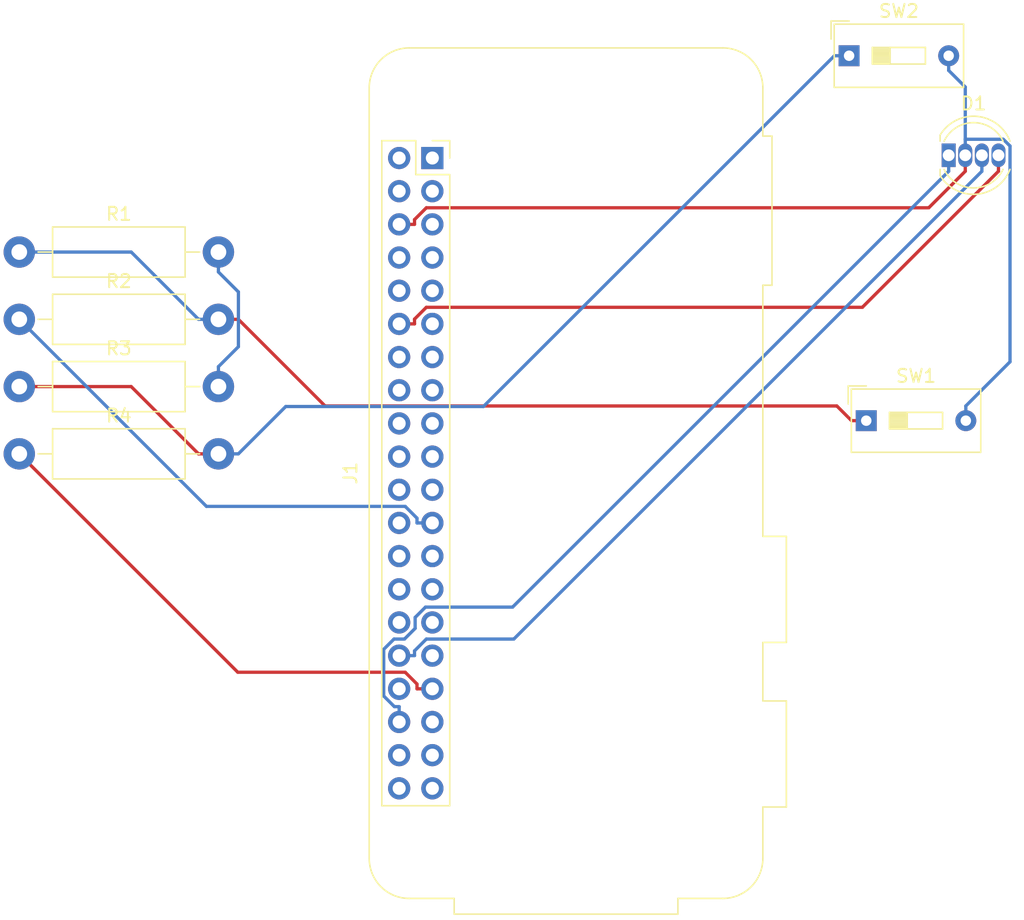
<source format=kicad_pcb>
(kicad_pcb (version 20221018) (generator pcbnew)
  (layers (0 "F.Cu" signal) (31 "B.Cu" signal) (34 "B.Paste" user) (35 "F.Paste" user) (36 "B.SilkS" user "B.Silkscreen") (37 "F.SilkS" user "F.Silkscreen") (38 "B.Mask" user) (39 "F.Mask" user) (44 "Edge.Cuts" user))
  (net 0 "")
  (net 6 "/GND")
  (net 12 "/Blue")
  (net 23 "/Key_2")
  (net 32 "/Red")
  (net 33 "/Key_1")
  (net 36 "/Green")
  (net 41 "Net-(SW1-A)")
  (net 42 "/3V3")
  (net 43 "Net-(SW2-A)")
  (footprint "Module:Raspberry_Pi_Zero_Socketed_THT_FaceDown_MountingHoles" (layer "F.Cu") (at 102.73 53.55)
    (fp_text reference "J1" (at -6.27 24.13 90) (layer "F.SilkS"))
    (fp_text value "Raspberry_Pi_2_3")
    (fp_line (start -4.83 53.63) (end -4.83 -5.37) (stroke (width 0.12)) (layer "F.SilkS"))
    (fp_line (start -3.87 -1.33) (end -3.87 49.59) (stroke (width 0.12)) (layer "F.SilkS"))
    (fp_line (start -3.87 -1.33) (end -1.27 -1.33) (stroke (width 0.12)) (layer "F.SilkS"))
    (fp_line (start -3.87 49.59) (end 1.33 49.59) (stroke (width 0.12)) (layer "F.SilkS"))
    (fp_line (start -1.77 -8.43) (end 22.23 -8.43) (stroke (width 0.12)) (layer "F.SilkS"))
    (fp_line (start -1.27 -1.33) (end -1.27 1.27) (stroke (width 0.12)) (layer "F.SilkS"))
    (fp_line (start -1.27 1.27) (end 1.33 1.27) (stroke (width 0.12)) (layer "F.SilkS"))
    (fp_line (start 0 -1.33) (end 1.33 -1.33) (stroke (width 0.12)) (layer "F.SilkS"))
    (fp_line (start 1.33 -1.33) (end 1.33 0) (stroke (width 0.12)) (layer "F.SilkS"))
    (fp_line (start 1.33 1.27) (end 1.33 49.59) (stroke (width 0.12)) (layer "F.SilkS"))
    (fp_line (start 1.67 56.69) (end -1.77 56.69) (stroke (width 0.12)) (layer "F.SilkS"))
    (fp_line (start 1.67 56.69) (end 1.67 57.89) (stroke (width 0.12)) (layer "F.SilkS"))
    (fp_line (start 1.67 57.89) (end 18.79 57.89) (stroke (width 0.12)) (layer "F.SilkS"))
    (fp_line (start 18.79 56.69) (end 22.23 56.69) (stroke (width 0.12)) (layer "F.SilkS"))
    (fp_line (start 18.79 57.89) (end 18.79 56.69) (stroke (width 0.12)) (layer "F.SilkS"))
    (fp_line (start 25.29 -1.68) (end 25.29 -5.37) (stroke (width 0.12)) (layer "F.SilkS"))
    (fp_line (start 25.29 9.74) (end 25.99 9.74) (stroke (width 0.12)) (layer "F.SilkS"))
    (fp_line (start 25.29 28.97) (end 25.29 9.74) (stroke (width 0.12)) (layer "F.SilkS"))
    (fp_line (start 25.29 37.09) (end 27.09 37.09) (stroke (width 0.12)) (layer "F.SilkS"))
    (fp_line (start 25.29 41.57) (end 25.29 37.09) (stroke (width 0.12)) (layer "F.SilkS"))
    (fp_line (start 25.29 49.69) (end 27.09 49.69) (stroke (width 0.12)) (layer "F.SilkS"))
    (fp_line (start 25.29 53.63) (end 25.29 49.69) (stroke (width 0.12)) (layer "F.SilkS"))
    (fp_line (start 25.99 -1.68) (end 25.29 -1.68) (stroke (width 0.12)) (layer "F.SilkS"))
    (fp_line (start 25.99 9.74) (end 25.99 -1.68) (stroke (width 0.12)) (layer "F.SilkS"))
    (fp_line (start 27.09 28.97) (end 25.29 28.97) (stroke (width 0.12)) (layer "F.SilkS"))
    (fp_line (start 27.09 37.09) (end 27.09 28.97) (stroke (width 0.12)) (layer "F.SilkS"))
    (fp_line (start 27.09 41.57) (end 25.29 41.57) (stroke (width 0.12)) (layer "F.SilkS"))
    (fp_line (start 27.09 49.69) (end 27.09 41.57) (stroke (width 0.12)) (layer "F.SilkS"))
    (fp_arc (start -4.83 -5.37) (mid -3.933747 -7.533747) (end -1.77 -8.43) (stroke (width 0.12)) (layer "F.SilkS"))
    (fp_arc (start -1.77 56.69) (mid -3.933747 55.793747) (end -4.83 53.63) (stroke (width 0.12)) (layer "F.SilkS"))
    (fp_arc (start 22.23 -8.43) (mid 24.393747 -7.533747) (end 25.29 -5.37) (stroke (width 0.12)) (layer "F.SilkS"))
    (fp_arc (start 25.29 53.63) (mid 24.393747 55.793747) (end 22.23 56.69) (stroke (width 0.12)) (layer "F.SilkS"))
    (pad "" np_thru_hole circle (at -1.27 -4.87 90) (size 2.75 2.75) (drill 2.75) (layers "*.Cu" "*.Mask"))
    (pad "" np_thru_hole circle (at -1.27 53.13 90) (size 2.75 2.75) (drill 2.75) (layers "*.Cu" "*.Mask"))
    (pad "" np_thru_hole circle (at 21.73 -4.87 90) (size 2.75 2.75) (drill 2.75) (layers "*.Cu" "*.Mask"))
    (pad "" np_thru_hole circle (at 21.73 53.13 90) (size 2.75 2.75) (drill 2.75) (layers "*.Cu" "*.Mask"))
    (pad "1" thru_hole rect (at 0 0) (size 1.7 1.7) (drill 1) (layers "*.Cu" "*.Mask"))
    (pad "2" thru_hole oval (at -2.54 0) (size 1.7 1.7) (drill 1) (layers "*.Cu" "*.Mask"))
    (pad "3" thru_hole oval (at 0 2.54) (size 1.7 1.7) (drill 1) (layers "*.Cu" "*.Mask"))
    (pad "4" thru_hole oval (at -2.54 2.54) (size 1.7 1.7) (drill 1) (layers "*.Cu" "*.Mask"))
    (pad "5" thru_hole oval (at 0 5.08) (size 1.7 1.7) (drill 1) (layers "*.Cu" "*.Mask"))
    (pad "6" thru_hole oval (at -2.54 5.08) (size 1.7 1.7) (drill 1) (layers "*.Cu" "*.Mask") (net 6 "/GND"))
    (pad "7" thru_hole oval (at 0 7.62) (size 1.7 1.7) (drill 1) (layers "*.Cu" "*.Mask"))
    (pad "8" thru_hole oval (at -2.54 7.62) (size 1.7 1.7) (drill 1) (layers "*.Cu" "*.Mask"))
    (pad "9" thru_hole oval (at 0 10.16) (size 1.7 1.7) (drill 1) (layers "*.Cu" "*.Mask"))
    (pad "10" thru_hole oval (at -2.54 10.16) (size 1.7 1.7) (drill 1) (layers "*.Cu" "*.Mask"))
    (pad "11" thru_hole oval (at 0 12.7) (size 1.7 1.7) (drill 1) (layers "*.Cu" "*.Mask"))
    (pad "12" thru_hole oval (at -2.54 12.7) (size 1.7 1.7) (drill 1) (layers "*.Cu" "*.Mask") (net 12 "/Blue"))
    (pad "13" thru_hole oval (at 0 15.24) (size 1.7 1.7) (drill 1) (layers "*.Cu" "*.Mask"))
    (pad "14" thru_hole oval (at -2.54 15.24) (size 1.7 1.7) (drill 1) (layers "*.Cu" "*.Mask"))
    (pad "15" thru_hole oval (at 0 17.78) (size 1.7 1.7) (drill 1) (layers "*.Cu" "*.Mask"))
    (pad "16" thru_hole oval (at -2.54 17.78) (size 1.7 1.7) (drill 1) (layers "*.Cu" "*.Mask"))
    (pad "17" thru_hole oval (at 0 20.32) (size 1.7 1.7) (drill 1) (layers "*.Cu" "*.Mask"))
    (pad "18" thru_hole oval (at -2.54 20.32) (size 1.7 1.7) (drill 1) (layers "*.Cu" "*.Mask"))
    (pad "19" thru_hole oval (at 0 22.86) (size 1.7 1.7) (drill 1) (layers "*.Cu" "*.Mask"))
    (pad "20" thru_hole oval (at -2.54 22.86) (size 1.7 1.7) (drill 1) (layers "*.Cu" "*.Mask"))
    (pad "21" thru_hole oval (at 0 25.4) (size 1.7 1.7) (drill 1) (layers "*.Cu" "*.Mask"))
    (pad "22" thru_hole oval (at -2.54 25.4) (size 1.7 1.7) (drill 1) (layers "*.Cu" "*.Mask"))
    (pad "23" thru_hole oval (at 0 27.94) (size 1.7 1.7) (drill 1) (layers "*.Cu" "*.Mask") (net 23 "/Key_2"))
    (pad "24" thru_hole oval (at -2.54 27.94) (size 1.7 1.7) (drill 1) (layers "*.Cu" "*.Mask"))
    (pad "25" thru_hole oval (at 0 30.48) (size 1.7 1.7) (drill 1) (layers "*.Cu" "*.Mask"))
    (pad "26" thru_hole oval (at -2.54 30.48) (size 1.7 1.7) (drill 1) (layers "*.Cu" "*.Mask"))
    (pad "27" thru_hole oval (at 0 33.02) (size 1.7 1.7) (drill 1) (layers "*.Cu" "*.Mask"))
    (pad "28" thru_hole oval (at -2.54 33.02) (size 1.7 1.7) (drill 1) (layers "*.Cu" "*.Mask"))
    (pad "29" thru_hole oval (at 0 35.56) (size 1.7 1.7) (drill 1) (layers "*.Cu" "*.Mask"))
    (pad "30" thru_hole oval (at -2.54 35.56) (size 1.7 1.7) (drill 1) (layers "*.Cu" "*.Mask"))
    (pad "31" thru_hole oval (at 0 38.1) (size 1.7 1.7) (drill 1) (layers "*.Cu" "*.Mask"))
    (pad "32" thru_hole oval (at -2.54 38.1) (size 1.7 1.7) (drill 1) (layers "*.Cu" "*.Mask") (net 32 "/Red"))
    (pad "33" thru_hole oval (at 0 40.64) (size 1.7 1.7) (drill 1) (layers "*.Cu" "*.Mask") (net 33 "/Key_1"))
    (pad "34" thru_hole oval (at -2.54 40.64) (size 1.7 1.7) (drill 1) (layers "*.Cu" "*.Mask"))
    (pad "35" thru_hole oval (at 0 43.18) (size 1.7 1.7) (drill 1) (layers "*.Cu" "*.Mask"))
    (pad "36" thru_hole oval (at -2.54 43.18) (size 1.7 1.7) (drill 1) (layers "*.Cu" "*.Mask") (net 36 "/Green"))
    (pad "37" thru_hole oval (at 0 45.72) (size 1.7 1.7) (drill 1) (layers "*.Cu" "*.Mask"))
    (pad "38" thru_hole oval (at -2.54 45.72) (size 1.7 1.7) (drill 1) (layers "*.Cu" "*.Mask"))
    (pad "39" thru_hole oval (at 0 48.26) (size 1.7 1.7) (drill 1) (layers "*.Cu" "*.Mask"))
    (pad "40" thru_hole oval (at -2.54 48.26) (size 1.7 1.7) (drill 1) (layers "*.Cu" "*.Mask"))
  )
  (footprint "Resistor_THT:R_Axial_DIN0411_L9.9mm_D3.6mm_P15.24mm_Horizontal" (layer "F.Cu") (at 71.12 71.05)
    (fp_text reference "R3" (at 7.62 -2.92) (layer "F.SilkS"))
    (fp_text value "10K")
    (fp_line (start 1.44 0) (end 2.55 0) (stroke (width 0.12)) (layer "F.SilkS"))
    (fp_line (start 2.55 -1.92) (end 2.55 1.92) (stroke (width 0.12)) (layer "F.SilkS"))
    (fp_line (start 2.55 1.92) (end 12.69 1.92) (stroke (width 0.12)) (layer "F.SilkS"))
    (fp_line (start 12.69 -1.92) (end 2.55 -1.92) (stroke (width 0.12)) (layer "F.SilkS"))
    (fp_line (start 12.69 1.92) (end 12.69 -1.92) (stroke (width 0.12)) (layer "F.SilkS"))
    (fp_line (start 13.8 0) (end 12.69 0) (stroke (width 0.12)) (layer "F.SilkS"))
    (pad "1" thru_hole circle (at 0 0) (size 2.4 2.4) (drill 1.2) (layers "*.Cu" "*.Mask") (net 43 "Net-(SW2-A)"))
    (pad "2" thru_hole oval (at 15.24 0) (size 2.4 2.4) (drill 1.2) (layers "*.Cu" "*.Mask") (net 42 "/3V3"))
  )
  (footprint "Resistor_THT:R_Axial_DIN0411_L9.9mm_D3.6mm_P15.24mm_Horizontal" (layer "F.Cu") (at 71.12 60.75)
    (fp_text reference "R1" (at 7.62 -2.92) (layer "F.SilkS"))
    (fp_text value "10K")
    (fp_line (start 1.44 0) (end 2.55 0) (stroke (width 0.12)) (layer "F.SilkS"))
    (fp_line (start 2.55 -1.92) (end 2.55 1.92) (stroke (width 0.12)) (layer "F.SilkS"))
    (fp_line (start 2.55 1.92) (end 12.69 1.92) (stroke (width 0.12)) (layer "F.SilkS"))
    (fp_line (start 12.69 -1.92) (end 2.55 -1.92) (stroke (width 0.12)) (layer "F.SilkS"))
    (fp_line (start 12.69 1.92) (end 12.69 -1.92) (stroke (width 0.12)) (layer "F.SilkS"))
    (fp_line (start 13.8 0) (end 12.69 0) (stroke (width 0.12)) (layer "F.SilkS"))
    (pad "1" thru_hole circle (at 0 0) (size 2.4 2.4) (drill 1.2) (layers "*.Cu" "*.Mask") (net 41 "Net-(SW1-A)"))
    (pad "2" thru_hole oval (at 15.24 0) (size 2.4 2.4) (drill 1.2) (layers "*.Cu" "*.Mask") (net 42 "/3V3"))
  )
  (footprint "Button_Switch_THT:SW_DIP_SPSTx01_Slide_9.78x4.72mm_W7.62mm_P2.54mm" (layer "F.Cu") (at 134.62 45.72)
    (fp_text reference "SW2" (at 3.81 -3.42) (layer "F.SilkS"))
    (fp_text value "SW_Push_Open")
    (fp_line (start -1.38 -2.66) (end -1.38 -1.277) (stroke (width 0.12)) (layer "F.SilkS"))
    (fp_line (start -1.38 -2.66) (end 0.004 -2.66) (stroke (width 0.12)) (layer "F.SilkS"))
    (fp_line (start -1.14 -2.42) (end -1.14 2.42) (stroke (width 0.12)) (layer "F.SilkS"))
    (fp_line (start -1.14 -2.42) (end 8.76 -2.42) (stroke (width 0.12)) (layer "F.SilkS"))
    (fp_line (start -1.14 2.42) (end 8.76 2.42) (stroke (width 0.12)) (layer "F.SilkS"))
    (fp_line (start 1.78 -0.635) (end 1.78 0.635) (stroke (width 0.12)) (layer "F.SilkS"))
    (fp_line (start 1.78 -0.515) (end 3.133333 -0.515) (stroke (width 0.12)) (layer "F.SilkS"))
    (fp_line (start 1.78 -0.395) (end 3.133333 -0.395) (stroke (width 0.12)) (layer "F.SilkS"))
    (fp_line (start 1.78 -0.275) (end 3.133333 -0.275) (stroke (width 0.12)) (layer "F.SilkS"))
    (fp_line (start 1.78 -0.155) (end 3.133333 -0.155) (stroke (width 0.12)) (layer "F.SilkS"))
    (fp_line (start 1.78 -0.035) (end 3.133333 -0.035) (stroke (width 0.12)) (layer "F.SilkS"))
    (fp_line (start 1.78 0.085) (end 3.133333 0.085) (stroke (width 0.12)) (layer "F.SilkS"))
    (fp_line (start 1.78 0.205) (end 3.133333 0.205) (stroke (width 0.12)) (layer "F.SilkS"))
    (fp_line (start 1.78 0.325) (end 3.133333 0.325) (stroke (width 0.12)) (layer "F.SilkS"))
    (fp_line (start 1.78 0.445) (end 3.133333 0.445) (stroke (width 0.12)) (layer "F.SilkS"))
    (fp_line (start 1.78 0.565) (end 3.133333 0.565) (stroke (width 0.12)) (layer "F.SilkS"))
    (fp_line (start 1.78 0.635) (end 5.84 0.635) (stroke (width 0.12)) (layer "F.SilkS"))
    (fp_line (start 3.133333 -0.635) (end 3.133333 0.635) (stroke (width 0.12)) (layer "F.SilkS"))
    (fp_line (start 5.84 -0.635) (end 1.78 -0.635) (stroke (width 0.12)) (layer "F.SilkS"))
    (fp_line (start 5.84 0.635) (end 5.84 -0.635) (stroke (width 0.12)) (layer "F.SilkS"))
    (fp_line (start 8.76 -2.42) (end 8.76 2.42) (stroke (width 0.12)) (layer "F.SilkS"))
    (pad "1" thru_hole rect (at 0 0) (size 1.6 1.6) (drill 0.8) (layers "*.Cu" "*.Mask") (net 43 "Net-(SW2-A)"))
    (pad "2" thru_hole oval (at 7.62 0) (size 1.6 1.6) (drill 0.8) (layers "*.Cu" "*.Mask") (net 6 "/GND"))
  )
  (footprint "Button_Switch_THT:SW_DIP_SPSTx01_Slide_9.78x4.72mm_W7.62mm_P2.54mm" (layer "F.Cu") (at 135.9325 73.66)
    (fp_text reference "SW1" (at 3.81 -3.42) (layer "F.SilkS"))
    (fp_text value "SW_Push_Open")
    (fp_line (start -1.38 -2.66) (end -1.38 -1.277) (stroke (width 0.12)) (layer "F.SilkS"))
    (fp_line (start -1.38 -2.66) (end 0.004 -2.66) (stroke (width 0.12)) (layer "F.SilkS"))
    (fp_line (start -1.14 -2.42) (end -1.14 2.42) (stroke (width 0.12)) (layer "F.SilkS"))
    (fp_line (start -1.14 -2.42) (end 8.76 -2.42) (stroke (width 0.12)) (layer "F.SilkS"))
    (fp_line (start -1.14 2.42) (end 8.76 2.42) (stroke (width 0.12)) (layer "F.SilkS"))
    (fp_line (start 1.78 -0.635) (end 1.78 0.635) (stroke (width 0.12)) (layer "F.SilkS"))
    (fp_line (start 1.78 -0.515) (end 3.133333 -0.515) (stroke (width 0.12)) (layer "F.SilkS"))
    (fp_line (start 1.78 -0.395) (end 3.133333 -0.395) (stroke (width 0.12)) (layer "F.SilkS"))
    (fp_line (start 1.78 -0.275) (end 3.133333 -0.275) (stroke (width 0.12)) (layer "F.SilkS"))
    (fp_line (start 1.78 -0.155) (end 3.133333 -0.155) (stroke (width 0.12)) (layer "F.SilkS"))
    (fp_line (start 1.78 -0.035) (end 3.133333 -0.035) (stroke (width 0.12)) (layer "F.SilkS"))
    (fp_line (start 1.78 0.085) (end 3.133333 0.085) (stroke (width 0.12)) (layer "F.SilkS"))
    (fp_line (start 1.78 0.205) (end 3.133333 0.205) (stroke (width 0.12)) (layer "F.SilkS"))
    (fp_line (start 1.78 0.325) (end 3.133333 0.325) (stroke (width 0.12)) (layer "F.SilkS"))
    (fp_line (start 1.78 0.445) (end 3.133333 0.445) (stroke (width 0.12)) (layer "F.SilkS"))
    (fp_line (start 1.78 0.565) (end 3.133333 0.565) (stroke (width 0.12)) (layer "F.SilkS"))
    (fp_line (start 1.78 0.635) (end 5.84 0.635) (stroke (width 0.12)) (layer "F.SilkS"))
    (fp_line (start 3.133333 -0.635) (end 3.133333 0.635) (stroke (width 0.12)) (layer "F.SilkS"))
    (fp_line (start 5.84 -0.635) (end 1.78 -0.635) (stroke (width 0.12)) (layer "F.SilkS"))
    (fp_line (start 5.84 0.635) (end 5.84 -0.635) (stroke (width 0.12)) (layer "F.SilkS"))
    (fp_line (start 8.76 -2.42) (end 8.76 2.42) (stroke (width 0.12)) (layer "F.SilkS"))
    (pad "1" thru_hole rect (at 0 0) (size 1.6 1.6) (drill 0.8) (layers "*.Cu" "*.Mask") (net 41 "Net-(SW1-A)"))
    (pad "2" thru_hole oval (at 7.62 0) (size 1.6 1.6) (drill 0.8) (layers "*.Cu" "*.Mask") (net 6 "/GND"))
  )
  (footprint "Resistor_THT:R_Axial_DIN0411_L9.9mm_D3.6mm_P15.24mm_Horizontal" (layer "F.Cu") (at 71.12 76.2)
    (fp_text reference "R4" (at 7.62 -2.92) (layer "F.SilkS"))
    (fp_text value "1K")
    (fp_line (start 1.44 0) (end 2.55 0) (stroke (width 0.12)) (layer "F.SilkS"))
    (fp_line (start 2.55 -1.92) (end 2.55 1.92) (stroke (width 0.12)) (layer "F.SilkS"))
    (fp_line (start 2.55 1.92) (end 12.69 1.92) (stroke (width 0.12)) (layer "F.SilkS"))
    (fp_line (start 12.69 -1.92) (end 2.55 -1.92) (stroke (width 0.12)) (layer "F.SilkS"))
    (fp_line (start 12.69 1.92) (end 12.69 -1.92) (stroke (width 0.12)) (layer "F.SilkS"))
    (fp_line (start 13.8 0) (end 12.69 0) (stroke (width 0.12)) (layer "F.SilkS"))
    (pad "1" thru_hole circle (at 0 0) (size 2.4 2.4) (drill 1.2) (layers "*.Cu" "*.Mask") (net 33 "/Key_1"))
    (pad "2" thru_hole oval (at 15.24 0) (size 2.4 2.4) (drill 1.2) (layers "*.Cu" "*.Mask") (net 43 "Net-(SW2-A)"))
  )
  (footprint "LED_THT:LED_D5.0mm-4_RGB" (layer "F.Cu") (at 142.24 53.34)
    (fp_text reference "D1" (at 1.905 -3.96) (layer "F.SilkS"))
    (fp_text value "LED_GKRB")
    (fp_line (start -0.655 -1.545) (end -0.655 -1.08) (stroke (width 0.12)) (layer "F.SilkS"))
    (fp_line (start -0.655 1.08) (end -0.655 1.545) (stroke (width 0.12)) (layer "F.SilkS"))
    (fp_arc (start -0.655 -1.54483) (mid 2.163456 -2.978809) (end 4.692815 -1.080827) (stroke (width 0.12)) (layer "F.SilkS"))
    (fp_arc (start -0.349684 -1.08) (mid 1.904762 -2.5) (end 4.159479 -1.080429) (stroke (width 0.12)) (layer "F.SilkS"))
    (fp_arc (start 4.159479 1.080429) (mid 1.904762 2.5) (end -0.349684 1.08) (stroke (width 0.12)) (layer "F.SilkS"))
    (fp_arc (start 4.692815 1.080827) (mid 2.163456 2.978808) (end -0.655 1.54483) (stroke (width 0.12)) (layer "F.SilkS"))
    (pad "1" thru_hole rect (at 0 0) (size 1.07 1.8) (drill 0.9) (layers "*.Cu" "*.Mask") (net 36 "/Green"))
    (pad "2" thru_hole oval (at 1.27 0) (size 1.07 1.8) (drill 0.9) (layers "*.Cu" "*.Mask") (net 6 "/GND"))
    (pad "3" thru_hole oval (at 2.54 0) (size 1.07 1.8) (drill 0.9) (layers "*.Cu" "*.Mask") (net 32 "/Red"))
    (pad "4" thru_hole oval (at 3.81 0) (size 1.07 1.8) (drill 0.9) (layers "*.Cu" "*.Mask") (net 12 "/Blue"))
  )
  (footprint "Resistor_THT:R_Axial_DIN0411_L9.9mm_D3.6mm_P15.24mm_Horizontal" (layer "F.Cu") (at 71.12 65.9)
    (fp_text reference "R2" (at 7.62 -2.92) (layer "F.SilkS"))
    (fp_text value "1K")
    (fp_line (start 1.44 0) (end 2.55 0) (stroke (width 0.12)) (layer "F.SilkS"))
    (fp_line (start 2.55 -1.92) (end 2.55 1.92) (stroke (width 0.12)) (layer "F.SilkS"))
    (fp_line (start 2.55 1.92) (end 12.69 1.92) (stroke (width 0.12)) (layer "F.SilkS"))
    (fp_line (start 12.69 -1.92) (end 2.55 -1.92) (stroke (width 0.12)) (layer "F.SilkS"))
    (fp_line (start 12.69 1.92) (end 12.69 -1.92) (stroke (width 0.12)) (layer "F.SilkS"))
    (fp_line (start 13.8 0) (end 12.69 0) (stroke (width 0.12)) (layer "F.SilkS"))
    (pad "1" thru_hole circle (at 0 0) (size 2.4 2.4) (drill 1.2) (layers "*.Cu" "*.Mask") (net 23 "/Key_2"))
    (pad "2" thru_hole oval (at 15.24 0) (size 2.4 2.4) (drill 1.2) (layers "*.Cu" "*.Mask") (net 41 "Net-(SW1-A)"))
  )
  (segment (start 140.7151 57.36) (end 102.2698 57.36) (width 0.25) (layer "F.Cu") (net 6))
  (segment (start 102.2698 57.36) (end 101.3651 58.2647) (width 0.25) (layer "F.Cu") (net 6))
  (segment (start 101.3651 58.2647) (end 101.3651 58.63) (width 0.25) (layer "F.Cu") (net 6))
  (segment (start 143.51 54.5651) (end 140.7151 57.36) (width 0.25) (layer "F.Cu") (net 6))
  (segment (start 100.19 58.63) (end 101.3651 58.63) (width 0.25) (layer "F.Cu") (net 6))
  (segment (start 143.51 53.34) (end 143.51 54.5651) (width 0.25) (layer "F.Cu") (net 6))
  (segment (start 143.51 48.1151) (end 142.24 46.8451) (width 0.25) (layer "B.Cu") (net 6))
  (segment (start 146.4178 52.1148) (end 143.51 52.1148) (width 0.25) (layer "B.Cu") (net 6))
  (segment (start 146.9343 69.1531) (end 146.9343 52.6313) (width 0.25) (layer "B.Cu") (net 6))
  (segment (start 143.51 52.1148) (end 143.51 48.1151) (width 0.25) (layer "B.Cu") (net 6))
  (segment (start 143.5525 72.5349) (end 146.9343 69.1531) (width 0.25) (layer "B.Cu") (net 6))
  (segment (start 146.9343 52.6313) (end 146.4178 52.1148) (width 0.25) (layer "B.Cu") (net 6))
  (segment (start 143.5525 73.66) (end 143.5525 72.5349) (width 0.25) (layer "B.Cu") (net 6))
  (segment (start 142.24 45.72) (end 142.24 46.8451) (width 0.25) (layer "B.Cu") (net 6))
  (segment (start 143.51 53.34) (end 143.51 52.1148) (width 0.25) (layer "B.Cu") (net 6))
  (segment (start 100.19 66.25) (end 101.3651 66.25) (width 0.25) (layer "F.Cu") (net 12))
  (segment (start 102.2698 64.98) (end 101.3651 65.8847) (width 0.25) (layer "F.Cu") (net 12))
  (segment (start 146.05 53.34) (end 146.05 54.5651) (width 0.25) (layer "F.Cu") (net 12))
  (segment (start 146.05 54.5651) (end 135.6351 64.98) (width 0.25) (layer "F.Cu") (net 12))
  (segment (start 101.3651 65.8847) (end 101.3651 66.25) (width 0.25) (layer "F.Cu") (net 12))
  (segment (start 135.6351 64.98) (end 102.2698 64.98) (width 0.25) (layer "F.Cu") (net 12))
  (segment (start 102.73 81.49) (end 101.5549 81.49) (width 0.25) (layer "B.Cu") (net 23))
  (segment (start 71.12 65.9) (end 85.44 80.22) (width 0.25) (layer "B.Cu") (net 23))
  (segment (start 85.44 80.22) (end 100.6501 80.22) (width 0.25) (layer "B.Cu") (net 23))
  (segment (start 101.5549 81.1248) (end 101.5549 81.49) (width 0.25) (layer "B.Cu") (net 23))
  (segment (start 100.6501 80.22) (end 101.5549 81.1248) (width 0.25) (layer "B.Cu") (net 23))
  (segment (start 144.78 53.34) (end 144.78 54.5651) (width 0.25) (layer "B.Cu") (net 32))
  (segment (start 108.9651 90.38) (end 102.2698 90.38) (width 0.25) (layer "B.Cu") (net 32))
  (segment (start 101.3651 91.2847) (end 101.3651 91.65) (width 0.25) (layer "B.Cu") (net 32))
  (segment (start 102.2698 90.38) (end 101.3651 91.2847) (width 0.25) (layer "B.Cu") (net 32))
  (segment (start 144.78 54.5651) (end 108.9651 90.38) (width 0.25) (layer "B.Cu") (net 32))
  (segment (start 100.19 91.65) (end 101.3651 91.65) (width 0.25) (layer "B.Cu") (net 32))
  (segment (start 101.5549 93.8248) (end 101.5549 94.19) (width 0.25) (layer "F.Cu") (net 33))
  (segment (start 102.73 94.19) (end 101.5549 94.19) (width 0.25) (layer "F.Cu") (net 33))
  (segment (start 100.6501 92.92) (end 101.5549 93.8248) (width 0.25) (layer "F.Cu") (net 33))
  (segment (start 87.84 92.92) (end 100.6501 92.92) (width 0.25) (layer "F.Cu") (net 33))
  (segment (start 71.12 76.2) (end 87.84 92.92) (width 0.25) (layer "F.Cu") (net 33))
  (segment (start 99.8247 95.5549) (end 100.19 95.5549) (width 0.25) (layer "B.Cu") (net 36))
  (segment (start 99.007 91.168) (end 99.007 94.7372) (width 0.25) (layer "B.Cu") (net 36))
  (segment (start 142.24 54.5651) (end 108.8703 87.9348) (width 0.25) (layer "B.Cu") (net 36))
  (segment (start 142.24 53.34) (end 142.24 54.5651) (width 0.25) (layer "B.Cu") (net 36))
  (segment (start 101.4127 88.7264) (end 101.4127 89.5638) (width 0.25) (layer "B.Cu") (net 36))
  (segment (start 99.7948 90.3802) (end 99.007 91.168) (width 0.25) (layer "B.Cu") (net 36))
  (segment (start 101.4127 89.5638) (end 100.5963 90.3802) (width 0.25) (layer "B.Cu") (net 36))
  (segment (start 102.2043 87.9348) (end 101.4127 88.7264) (width 0.25) (layer "B.Cu") (net 36))
  (segment (start 108.8703 87.9348) (end 102.2043 87.9348) (width 0.25) (layer "B.Cu") (net 36))
  (segment (start 100.5963 90.3802) (end 99.7948 90.3802) (width 0.25) (layer "B.Cu") (net 36))
  (segment (start 99.007 94.7372) (end 99.8247 95.5549) (width 0.25) (layer "B.Cu") (net 36))
  (segment (start 100.19 96.73) (end 100.19 95.5549) (width 0.25) (layer "B.Cu") (net 36))
  (segment (start 135.9325 73.66) (end 134.8074 73.66) (width 0.25) (layer "F.Cu") (net 41))
  (segment (start 86.36 65.9) (end 87.8851 65.9) (width 0.25) (layer "F.Cu") (net 41))
  (segment (start 133.6823 72.5349) (end 94.52 72.5349) (width 0.25) (layer "F.Cu") (net 41))
  (segment (start 94.52 72.5349) (end 87.8851 65.9) (width 0.25) (layer "F.Cu") (net 41))
  (segment (start 134.8074 73.66) (end 133.6823 72.5349) (width 0.25) (layer "F.Cu") (net 41))
  (segment (start 84.8349 65.9) (end 79.6849 60.75) (width 0.25) (layer "B.Cu") (net 41))
  (segment (start 86.36 65.9) (end 84.8349 65.9) (width 0.25) (layer "B.Cu") (net 41))
  (segment (start 79.6849 60.75) (end 71.12 60.75) (width 0.25) (layer "B.Cu") (net 41))
  (segment (start 86.36 62.2751) (end 87.8892 63.8043) (width 0.25) (layer "B.Cu") (net 42))
  (segment (start 87.8892 67.9957) (end 86.36 69.5249) (width 0.25) (layer "B.Cu") (net 42))
  (segment (start 86.36 60.75) (end 86.36 62.2751) (width 0.25) (layer "B.Cu") (net 42))
  (segment (start 86.36 71.05) (end 86.36 69.5249) (width 0.25) (layer "B.Cu") (net 42))
  (segment (start 87.8892 63.8043) (end 87.8892 67.9957) (width 0.25) (layer "B.Cu") (net 42))
  (segment (start 84.8349 76.2) (end 79.6849 71.05) (width 0.25) (layer "F.Cu") (net 43))
  (segment (start 79.6849 71.05) (end 71.12 71.05) (width 0.25) (layer "F.Cu") (net 43))
  (segment (start 86.36 76.2) (end 84.8349 76.2) (width 0.25) (layer "F.Cu") (net 43))
  (segment (start 86.36 76.2) (end 87.8851 76.2) (width 0.25) (layer "B.Cu") (net 43))
  (segment (start 134.62 45.72) (end 133.4949 45.72) (width 0.25) (layer "B.Cu") (net 43))
  (segment (start 106.6397 72.5752) (end 91.5099 72.5752) (width 0.25) (layer "B.Cu") (net 43))
  (segment (start 91.5099 72.5752) (end 87.8851 76.2) (width 0.25) (layer "B.Cu") (net 43))
  (segment (start 133.4949 45.72) (end 106.6397 72.5752) (width 0.25) (layer "B.Cu") (net 43))
)
</source>
